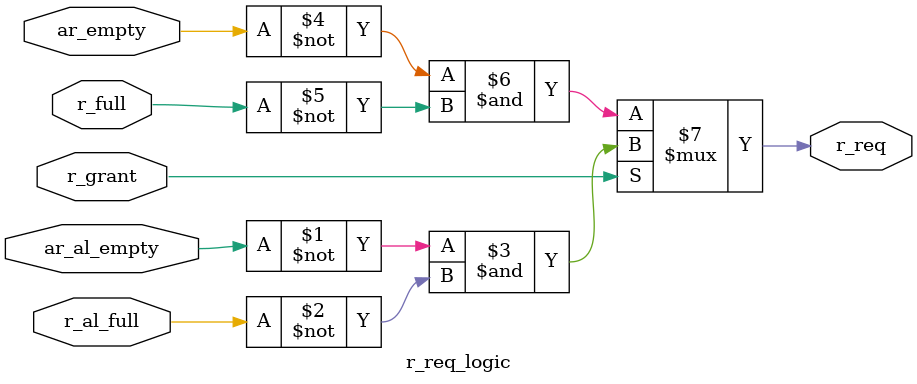
<source format=sv>
module r_req_logic(
    input logic ar_empty,
    input logic ar_al_empty,
    input logic r_full,
    input logic r_al_full,
    input logic r_grant,
    output logic r_req
);
    assign r_req = r_grant ?
        (~ar_al_empty & ~r_al_full) :
        (~ar_empty & ~r_full);
endmodule

</source>
